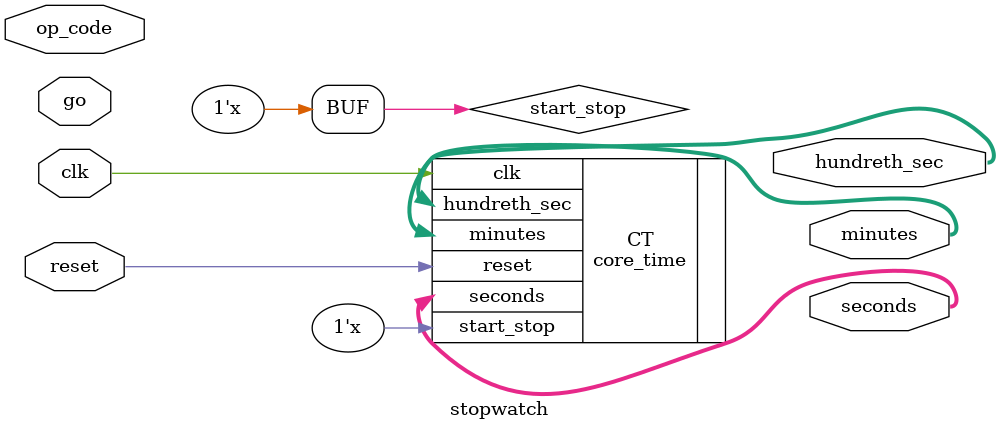
<source format=v>
`timescale 1ns / 1ps


module stopwatch(
input clk,
input reset,
input go,
input [10:0]op_code,//11'b00001000000
output [9:0]minutes,
output [9:0]seconds,
output [9:0]hundreth_sec
    );
reg start_stop=0;

core_time CT(.clk(clk), .reset(reset), .start_stop(start_stop), .minutes(minutes), .seconds(seconds),.hundreth_sec(hundreth_sec));

always@(*)begin

if(go==1 || op_code == 11'b00001000000)
    start_stop=~start_stop;

end
endmodule

</source>
